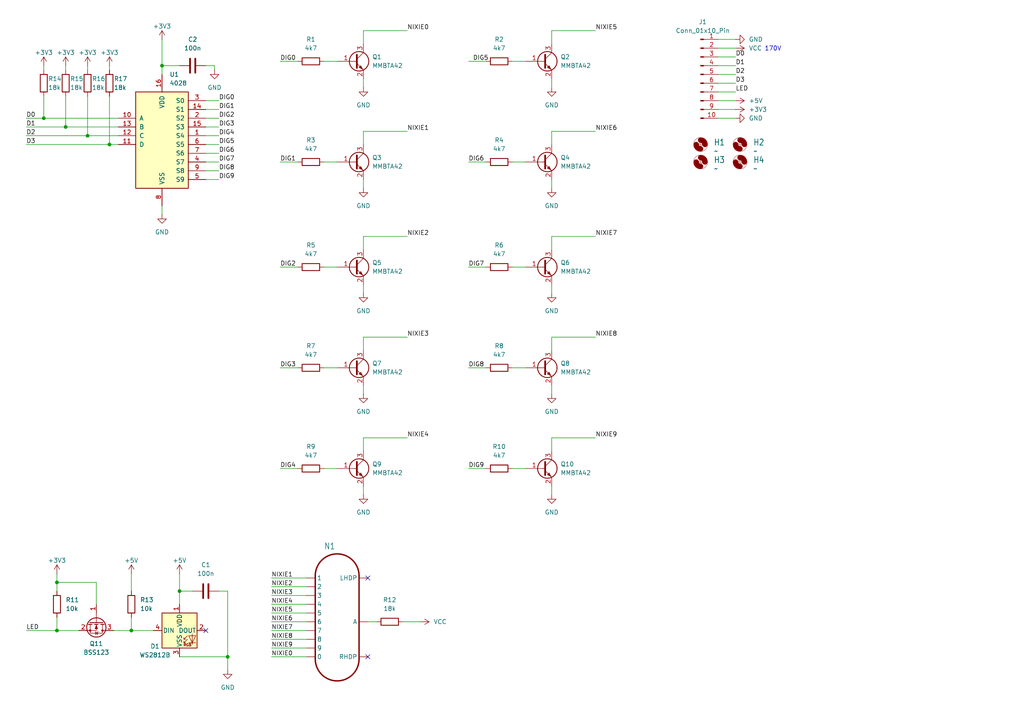
<source format=kicad_sch>
(kicad_sch (version 20250114) (generator "eeschema") (generator_version "9.0")
  (paper "A4")
  (lib_symbols
    (symbol "4xxx:4028" (pin_names (offset 1.016))
      (property "Reference" "U" (at -7.62 13.97 0))
      (property "Value" "4028" (at -7.62 -16.51 0))
      (symbol "4028_1_0"
        (pin input line (at -12.7 5.08 0) (length 5.08) (name "A") (number "10"))
        (pin input line (at -12.7 2.54 0) (length 5.08) (name "B") (number "13"))
        (pin input line (at -12.7 0 0) (length 5.08) (name "C") (number "12"))
        (pin input line (at -12.7 -2.54 0) (length 5.08) (name "D") (number "11"))
        (pin power_in line (at 0 17.78 270) (length 5.08) (name "VDD") (number "16"))
        (pin power_in line (at 0 -20.32 90) (length 5.08) (name "VSS") (number "8"))
        (pin output line (at 12.7 10.16 180) (length 5.08) (name "S0") (number "3"))
        (pin output line (at 12.7 7.62 180) (length 5.08) (name "S1") (number "14"))
        (pin output line (at 12.7 5.08 180) (length 5.08) (name "S2") (number "2"))
        (pin output line (at 12.7 2.54 180) (length 5.08) (name "S3") (number "15"))
        (pin output line (at 12.7 0 180) (length 5.08) (name "S4") (number "1"))
        (pin output line (at 12.7 -2.54 180) (length 5.08) (name "S5") (number "6"))
        (pin output line (at 12.7 -5.08 180) (length 5.08) (name "S6") (number "7"))
        (pin output line (at 12.7 -7.62 180) (length 5.08) (name "S7") (number "4"))
        (pin output line (at 12.7 -10.16 180) (length 5.08) (name "S8") (number "9"))
        (pin output line (at 12.7 -12.7 180) (length 5.08) (name "S9") (number "5"))
      )
      (symbol "4028_1_1"
        (rectangle (start -7.62 12.7) (end 7.62 -15.24) (stroke (width 0.254)) (fill (type background)))
      )
    )
    (symbol "Connector:Conn_01x10_Pin" (pin_names (offset 1.016) (hide yes))
      (property "Reference" "J" (at 0 12.7 0))
      (property "Value" "Conn_01x10_Pin" (at 0 -15.24 0))
      (symbol "Conn_01x10_Pin_1_1"
        (rectangle (start 0.8636 10.287) (end 0 10.033) (stroke (width 0.1524)) (fill (type outline)))
        (rectangle (start 0.8636 7.747) (end 0 7.493) (stroke (width 0.1524)) (fill (type outline)))
        (rectangle (start 0.8636 5.207) (end 0 4.953) (stroke (width 0.1524)) (fill (type outline)))
        (rectangle (start 0.8636 2.667) (end 0 2.413) (stroke (width 0.1524)) (fill (type outline)))
        (rectangle (start 0.8636 0.127) (end 0 -0.127) (stroke (width 0.1524)) (fill (type outline)))
        (rectangle (start 0.8636 -2.413) (end 0 -2.667) (stroke (width 0.1524)) (fill (type outline)))
        (rectangle (start 0.8636 -4.953) (end 0 -5.207) (stroke (width 0.1524)) (fill (type outline)))
        (rectangle (start 0.8636 -7.493) (end 0 -7.747) (stroke (width 0.1524)) (fill (type outline)))
        (rectangle (start 0.8636 -10.033) (end 0 -10.287) (stroke (width 0.1524)) (fill (type outline)))
        (rectangle (start 0.8636 -12.573) (end 0 -12.827) (stroke (width 0.1524)) (fill (type outline)))
        (polyline (pts (xy 1.27 10.16) (xy 0.8636 10.16)) (stroke (width 0.1524)))
        (polyline (pts (xy 1.27 7.62) (xy 0.8636 7.62)) (stroke (width 0.1524)))
        (polyline (pts (xy 1.27 5.08) (xy 0.8636 5.08)) (stroke (width 0.1524)))
        (polyline (pts (xy 1.27 2.54) (xy 0.8636 2.54)) (stroke (width 0.1524)))
        (polyline (pts (xy 1.27 0) (xy 0.8636 0)) (stroke (width 0.1524)))
        (polyline (pts (xy 1.27 -2.54) (xy 0.8636 -2.54)) (stroke (width 0.1524)))
        (polyline (pts (xy 1.27 -5.08) (xy 0.8636 -5.08)) (stroke (width 0.1524)))
        (polyline (pts (xy 1.27 -7.62) (xy 0.8636 -7.62)) (stroke (width 0.1524)))
        (polyline (pts (xy 1.27 -10.16) (xy 0.8636 -10.16)) (stroke (width 0.1524)))
        (polyline (pts (xy 1.27 -12.7) (xy 0.8636 -12.7)) (stroke (width 0.1524)))
        (pin passive line (at 5.08 10.16 180) (length 3.81) (name "Pin_1") (number "1"))
        (pin passive line (at 5.08 7.62 180) (length 3.81) (name "Pin_2") (number "2"))
        (pin passive line (at 5.08 5.08 180) (length 3.81) (name "Pin_3") (number "3"))
        (pin passive line (at 5.08 2.54 180) (length 3.81) (name "Pin_4") (number "4"))
        (pin passive line (at 5.08 0 180) (length 3.81) (name "Pin_5") (number "5"))
        (pin passive line (at 5.08 -2.54 180) (length 3.81) (name "Pin_6") (number "6"))
        (pin passive line (at 5.08 -5.08 180) (length 3.81) (name "Pin_7") (number "7"))
        (pin passive line (at 5.08 -7.62 180) (length 3.81) (name "Pin_8") (number "8"))
        (pin passive line (at 5.08 -10.16 180) (length 3.81) (name "Pin_9") (number "9"))
        (pin passive line (at 5.08 -12.7 180) (length 3.81) (name "Pin_10") (number "10"))
      )
    )
    (symbol "Device:C" (pin_numbers (hide yes)) (pin_names (offset 0.254))
      (property "Reference" "C" (at 0.635 2.54 0))
      (property "Value" "C" (at 0.635 -2.54 0))
      (symbol "C_0_1"
        (polyline (pts (xy -2.032 0.762) (xy 2.032 0.762)) (stroke (width 0.508)))
        (polyline (pts (xy -2.032 -0.762) (xy 2.032 -0.762)) (stroke (width 0.508)))
      )
      (symbol "C_1_1"
        (pin passive line (at 0 3.81 270) (length 2.794) (name "~") (number "1"))
        (pin passive line (at 0 -3.81 90) (length 2.794) (name "~") (number "2"))
      )
    )
    (symbol "Device:R" (pin_numbers (hide yes)) (pin_names (offset 0))
      (property "Reference" "R" (at 2.032 0 90))
      (property "Value" "R" (at 0 0 90))
      (symbol "R_0_1"
        (rectangle (start -1.016 -2.54) (end 1.016 2.54) (stroke (width 0.254)))
      )
      (symbol "R_1_1"
        (pin passive line (at 0 3.81 270) (length 1.27) (name "~") (number "1"))
        (pin passive line (at 0 -3.81 90) (length 1.27) (name "~") (number "2"))
      )
    )
    (symbol "LED:WS2812B" (pin_names (offset 0.254))
      (property "Reference" "D" (at 5.08 5.715 0))
      (property "Value" "WS2812B" (at 1.27 -5.715 0))
      (symbol "WS2812B_0_0"
        (text "RGB" (at 2.286 -4.191 0) (effects (font (size 0.762 0.762))))
      )
      (symbol "WS2812B_0_1"
        (polyline (pts (xy 1.27 -2.54) (xy 1.778 -2.54)))
        (polyline (pts (xy 1.27 -3.556) (xy 1.778 -3.556)))
        (polyline (pts (xy 2.286 -1.524) (xy 1.27 -2.54) (xy 1.27 -2.032)))
        (polyline (pts (xy 2.286 -2.54) (xy 1.27 -3.556) (xy 1.27 -3.048)))
        (polyline (pts (xy 3.683 -1.016) (xy 3.683 -3.556) (xy 3.683 -4.064)))
        (polyline (pts (xy 4.699 -1.524) (xy 2.667 -1.524) (xy 3.683 -3.556) (xy 4.699 -1.524)))
        (polyline (pts (xy 4.699 -3.556) (xy 2.667 -3.556)))
        (rectangle (start 5.08 5.08) (end -5.08 -5.08) (stroke (width 0.254)) (fill (type background)))
      )
      (symbol "WS2812B_1_1"
        (pin input line (at -7.62 0 0) (length 2.54) (name "DIN") (number "4"))
        (pin power_in line (at 0 7.62 270) (length 2.54) (name "VDD") (number "1"))
        (pin power_in line (at 0 -7.62 90) (length 2.54) (name "VSS") (number "3"))
        (pin output line (at 7.62 0 180) (length 2.54) (name "DOUT") (number "2"))
      )
    )
    (symbol "Transistor_BJT:MMBTA42" (pin_names (offset 0) (hide yes))
      (property "Reference" "Q" (at 5.08 1.905 0))
      (property "Value" "MMBTA42" (at 5.08 0 0))
      (symbol "MMBTA42_0_1"
        (polyline (pts (xy 0 0) (xy 0.635 0)))
        (polyline (pts (xy 0.635 1.905) (xy 0.635 -1.905) (xy 0.635 -1.905)) (stroke (width 0.508)))
        (polyline (pts (xy 0.635 0.635) (xy 2.54 2.54)))
        (polyline (pts (xy 0.635 -0.635) (xy 2.54 -2.54) (xy 2.54 -2.54)))
        (circle (center 1.27 0) (radius 2.8194) (stroke (width 0.254)))
        (polyline (pts (xy 1.27 -1.778) (xy 1.778 -1.27) (xy 2.286 -2.286) (xy 1.27 -1.778) (xy 1.27 -1.778)) (fill (type outline)))
      )
      (symbol "MMBTA42_1_1"
        (pin input line (at -5.08 0 0) (length 5.08) (name "B") (number "1"))
        (pin passive line (at 2.54 5.08 270) (length 2.54) (name "C") (number "3"))
        (pin passive line (at 2.54 -5.08 90) (length 2.54) (name "E") (number "2"))
      )
    )
    (symbol "Transistor_FET:BSS123" (pin_names (hide yes))
      (property "Reference" "Q" (at 5.08 1.905 0))
      (property "Value" "BSS123" (at 5.08 0 0))
      (symbol "BSS123_0_1"
        (polyline (pts (xy 0.254 1.905) (xy 0.254 -1.905)) (stroke (width 0.254)))
        (polyline (pts (xy 0.254 0) (xy -2.54 0)))
        (polyline (pts (xy 0.762 2.286) (xy 0.762 1.27)) (stroke (width 0.254)))
        (polyline (pts (xy 0.762 0.508) (xy 0.762 -0.508)) (stroke (width 0.254)))
        (polyline (pts (xy 0.762 -1.27) (xy 0.762 -2.286)) (stroke (width 0.254)))
        (polyline (pts (xy 0.762 -1.778) (xy 3.302 -1.778) (xy 3.302 1.778) (xy 0.762 1.778)))
        (polyline (pts (xy 1.016 0) (xy 2.032 0.381) (xy 2.032 -0.381) (xy 1.016 0)) (fill (type outline)))
        (circle (center 1.651 0) (radius 2.794) (stroke (width 0.254)))
        (polyline (pts (xy 2.54 2.54) (xy 2.54 1.778)))
        (circle (center 2.54 1.778) (radius 0.254) (fill (type outline)))
        (circle (center 2.54 -1.778) (radius 0.254) (fill (type outline)))
        (polyline (pts (xy 2.54 -2.54) (xy 2.54 0) (xy 0.762 0)))
        (polyline (pts (xy 2.794 0.508) (xy 2.921 0.381) (xy 3.683 0.381) (xy 3.81 0.254)))
        (polyline (pts (xy 3.302 0.381) (xy 2.921 -0.254) (xy 3.683 -0.254) (xy 3.302 0.381)))
      )
      (symbol "BSS123_1_1"
        (pin input line (at -5.08 0 0) (length 2.54) (name "G") (number "1"))
        (pin passive line (at 2.54 5.08 270) (length 2.54) (name "D") (number "3"))
        (pin passive line (at 2.54 -5.08 90) (length 2.54) (name "S") (number "2"))
      )
    )
    (symbol "displayBoard-eagle-import:IN-14"
      (property "Reference" "N" (at -2.54 18.415 0))
      (symbol "IN-14_1_0"
        (polyline (pts (xy -5.08 -13.335) (xy -5.08 10.795)) (stroke (width 0.4064)))
        (arc (start -5.08 10.795) (mid 1.27 17.145) (end 7.62 10.795) (stroke (width 0.4064)))
        (arc (start 7.62 -13.335) (mid 1.27 -19.685) (end -5.08 -13.335) (stroke (width 0.4064)))
        (polyline (pts (xy 7.62 -13.335) (xy 7.62 10.795)) (stroke (width 0.4064)))
        (pin bidirectional line (at -7.62 10.16 0) (length 2.54) (name "1") (number "1"))
        (pin bidirectional line (at -7.62 7.62 0) (length 2.54) (name "2") (number "2"))
        (pin bidirectional line (at -7.62 5.08 0) (length 2.54) (name "3") (number "3"))
        (pin bidirectional line (at -7.62 2.54 0) (length 2.54) (name "4") (number "4"))
        (pin bidirectional line (at -7.62 0 0) (length 2.54) (name "5") (number "5"))
        (pin bidirectional line (at -7.62 -2.54 0) (length 2.54) (name "6") (number "6"))
        (pin bidirectional line (at -7.62 -5.08 0) (length 2.54) (name "7") (number "7"))
        (pin bidirectional line (at -7.62 -7.62 0) (length 2.54) (name "8") (number "8"))
        (pin bidirectional line (at -7.62 -10.16 0) (length 2.54) (name "9") (number "9"))
        (pin bidirectional line (at -7.62 -12.7 0) (length 2.54) (name "0") (number "0"))
        (pin bidirectional line (at 10.16 10.16 180) (length 2.54) (name "LHDP") (number "LHDP"))
        (pin bidirectional line (at 10.16 -2.54 180) (length 2.54) (name "A") (number "A"))
        (pin bidirectional line (at 10.16 -12.7 180) (length 2.54) (name "RHDP") (number "RHDP"))
      )
    )
    (symbol "displayBoard-eagle-import:MOUNT-HOLE3.0"
      (property "Reference" "H" (at 2.032 0.5842 0))
      (symbol "MOUNT-HOLE3.0_1_0"
        (polyline (pts (xy -0.508 0) (xy 0.508 0)) (stroke (width 0.0508)))
        (arc (start 0 1.27) (mid 0.898 0.898) (end 1.27 0) (stroke (width 1.524)))
        (polyline (pts (xy 0 0.508) (xy 0 -0.508)) (stroke (width 0.0508)))
        (circle (center 0 0) (radius 0.508) (stroke (width 0.0508)))
        (circle (center 0 0) (radius 2.032) (stroke (width 0.0508)))
        (arc (start 0 -1.27) (mid -0.898 -0.898) (end -1.27 0) (stroke (width 1.524)))
      )
    )
    (symbol "power:+3V3" (power) (pin_numbers (hide yes)) (pin_names (offset 0) (hide yes))
      (property "Value" "+3V3" (at 0 3.556 0))
      (symbol "+3V3_0_1"
        (polyline (pts (xy -0.762 1.27) (xy 0 2.54)))
        (polyline (pts (xy 0 2.54) (xy 0.762 1.27)))
        (polyline (pts (xy 0 0) (xy 0 2.54)))
      )
      (symbol "+3V3_1_1"
        (pin power_in line (at 0 0 90) (length 0) (name "~") (number "1"))
      )
    )
    (symbol "power:+5V" (power) (pin_numbers (hide yes)) (pin_names (offset 0) (hide yes))
      (property "Value" "+5V" (at 0 3.556 0))
      (symbol "+5V_0_1"
        (polyline (pts (xy -0.762 1.27) (xy 0 2.54)))
        (polyline (pts (xy 0 2.54) (xy 0.762 1.27)))
        (polyline (pts (xy 0 0) (xy 0 2.54)))
      )
      (symbol "+5V_1_1"
        (pin power_in line (at 0 0 90) (length 0) (name "~") (number "1"))
      )
    )
    (symbol "power:GND" (power) (pin_numbers (hide yes)) (pin_names (offset 0) (hide yes))
      (property "Value" "GND" (at 0 -3.81 0))
      (symbol "GND_0_1"
        (polyline (pts (xy 0 0) (xy 0 -1.27) (xy 1.27 -1.27) (xy 0 -2.54) (xy -1.27 -1.27) (xy 0 -1.27)))
      )
      (symbol "GND_1_1"
        (pin power_in line (at 0 0 270) (length 0) (name "~") (number "1"))
      )
    )
    (symbol "power:VCC" (power) (pin_numbers (hide yes)) (pin_names (offset 0) (hide yes))
      (property "Value" "VCC" (at 0 3.556 0))
      (symbol "VCC_0_1"
        (polyline (pts (xy -0.762 1.27) (xy 0 2.54)))
        (polyline (pts (xy 0 2.54) (xy 0.762 1.27)))
        (polyline (pts (xy 0 0) (xy 0 2.54)))
      )
      (symbol "VCC_1_1"
        (pin power_in line (at 0 0 90) (length 0) (name "~") (number "1"))
      )
    )
  )
  (text "170V" (at 221.742 14.224 0) (effects (font (size 1.27 1.27)) (justify left)))
  (junction (at 46.99 19.05))
  (junction (at 66.04 190.5))
  (junction (at 31.75 41.91))
  (junction (at 52.07 171.45))
  (junction (at 25.4 39.37))
  (junction (at 16.51 168.91))
  (junction (at 12.7 34.29))
  (junction (at 16.51 182.88))
  (junction (at 19.05 36.83))
  (junction (at 38.1 182.88))
  (no_connect (at 106.68 167.64))
  (no_connect (at 59.69 182.88))
  (no_connect (at 106.68 190.5))
  (wire (pts (xy 105.41 97.79) (xy 105.41 101.6)))
  (wire (pts (xy 88.9 177.8) (xy 78.74 177.8)) (stroke (width 0.1524)))
  (wire (pts (xy 25.4 39.37) (xy 34.29 39.37)))
  (wire (pts (xy 208.28 13.97) (xy 213.36 13.97)))
  (wire (pts (xy 135.89 77.47) (xy 140.97 77.47)))
  (wire (pts (xy 59.69 44.45) (xy 63.5 44.45)))
  (wire (pts (xy 88.9 182.88) (xy 78.74 182.88)) (stroke (width 0.1524)))
  (wire (pts (xy 38.1 179.07) (xy 38.1 182.88)))
  (wire (pts (xy 105.41 82.55) (xy 105.41 85.09)))
  (wire (pts (xy 88.9 187.96) (xy 78.74 187.96)) (stroke (width 0.1524)))
  (wire (pts (xy 93.98 77.47) (xy 97.79 77.47)))
  (wire (pts (xy 135.89 106.68) (xy 140.97 106.68)))
  (wire (pts (xy 160.02 97.79) (xy 160.02 101.6)))
  (wire (pts (xy 148.59 106.68) (xy 152.4 106.68)))
  (wire (pts (xy 52.07 190.5) (xy 66.04 190.5)))
  (wire (pts (xy 105.41 8.89) (xy 118.11 8.89)))
  (wire (pts (xy 105.41 52.07) (xy 105.41 54.61)))
  (wire (pts (xy 160.02 97.79) (xy 172.72 97.79)))
  (wire (pts (xy 160.02 127) (xy 172.72 127)))
  (wire (pts (xy 16.51 182.88) (xy 22.86 182.88)))
  (wire (pts (xy 105.41 8.89) (xy 105.41 12.7)))
  (wire (pts (xy 135.89 17.78) (xy 140.97 17.78)))
  (wire (pts (xy 59.69 46.99) (xy 63.5 46.99)))
  (wire (pts (xy 59.69 39.37) (xy 63.5 39.37)))
  (wire (pts (xy 160.02 8.89) (xy 172.72 8.89)))
  (wire (pts (xy 25.4 27.94) (xy 25.4 39.37)))
  (wire (pts (xy 105.41 127) (xy 105.41 130.81)))
  (wire (pts (xy 16.51 179.07) (xy 16.51 182.88)))
  (wire (pts (xy 59.69 31.75) (xy 63.5 31.75)))
  (wire (pts (xy 160.02 68.58) (xy 172.72 68.58)))
  (wire (pts (xy 208.28 16.51) (xy 213.36 16.51)))
  (wire (pts (xy 88.9 167.64) (xy 78.74 167.64)) (stroke (width 0.1524)))
  (wire (pts (xy 16.51 168.91) (xy 16.51 171.45)))
  (wire (pts (xy 52.07 171.45) (xy 52.07 175.26)))
  (wire (pts (xy 7.62 182.88) (xy 16.51 182.88)))
  (wire (pts (xy 81.28 106.68) (xy 86.36 106.68)))
  (wire (pts (xy 66.04 190.5) (xy 66.04 194.31)))
  (wire (pts (xy 105.41 22.86) (xy 105.41 25.4)))
  (wire (pts (xy 19.05 36.83) (xy 34.29 36.83)))
  (wire (pts (xy 88.9 170.18) (xy 78.74 170.18)) (stroke (width 0.1524)))
  (wire (pts (xy 81.28 46.99) (xy 86.36 46.99)))
  (wire (pts (xy 12.7 34.29) (xy 34.29 34.29)))
  (wire (pts (xy 59.69 34.29) (xy 63.5 34.29)))
  (wire (pts (xy 106.68 180.34) (xy 109.22 180.34)))
  (wire (pts (xy 135.89 135.89) (xy 140.97 135.89)))
  (wire (pts (xy 160.02 82.55) (xy 160.02 85.09)))
  (wire (pts (xy 208.28 19.05) (xy 213.36 19.05)))
  (wire (pts (xy 52.07 166.37) (xy 52.07 171.45)))
  (wire (pts (xy 208.28 29.21) (xy 213.36 29.21)))
  (wire (pts (xy 160.02 38.1) (xy 172.72 38.1)))
  (wire (pts (xy 31.75 41.91) (xy 34.29 41.91)))
  (wire (pts (xy 208.28 11.43) (xy 213.36 11.43)))
  (wire (pts (xy 38.1 182.88) (xy 44.45 182.88)))
  (wire (pts (xy 160.02 52.07) (xy 160.02 54.61)))
  (wire (pts (xy 105.41 111.76) (xy 105.41 114.3)))
  (wire (pts (xy 12.7 27.94) (xy 12.7 34.29)))
  (wire (pts (xy 105.41 68.58) (xy 105.41 72.39)))
  (wire (pts (xy 88.9 172.72) (xy 78.74 172.72)) (stroke (width 0.1524)))
  (wire (pts (xy 160.02 111.76) (xy 160.02 114.3)))
  (wire (pts (xy 19.05 19.05) (xy 19.05 20.32)))
  (wire (pts (xy 105.41 140.97) (xy 105.41 143.51)))
  (wire (pts (xy 81.28 135.89) (xy 86.36 135.89)))
  (wire (pts (xy 208.28 34.29) (xy 213.36 34.29)))
  (wire (pts (xy 148.59 46.99) (xy 152.4 46.99)))
  (wire (pts (xy 16.51 168.91) (xy 27.94 168.91)))
  (wire (pts (xy 46.99 19.05) (xy 52.07 19.05)))
  (wire (pts (xy 93.98 46.99) (xy 97.79 46.99)))
  (wire (pts (xy 46.99 59.69) (xy 46.99 62.23)))
  (wire (pts (xy 16.51 166.37) (xy 16.51 168.91)))
  (wire (pts (xy 46.99 11.43) (xy 46.99 19.05)))
  (wire (pts (xy 208.28 21.59) (xy 213.36 21.59)))
  (wire (pts (xy 59.69 19.05) (xy 62.23 19.05)))
  (wire (pts (xy 46.99 19.05) (xy 46.99 21.59)))
  (wire (pts (xy 38.1 166.37) (xy 38.1 171.45)))
  (wire (pts (xy 63.5 171.45) (xy 66.04 171.45)))
  (wire (pts (xy 19.05 27.94) (xy 19.05 36.83)))
  (wire (pts (xy 105.41 68.58) (xy 118.11 68.58)))
  (wire (pts (xy 7.62 36.83) (xy 19.05 36.83)))
  (wire (pts (xy 59.69 52.07) (xy 63.5 52.07)))
  (wire (pts (xy 88.9 180.34) (xy 78.74 180.34)) (stroke (width 0.1524)))
  (wire (pts (xy 88.9 190.5) (xy 78.74 190.5)) (stroke (width 0.1524)))
  (wire (pts (xy 160.02 38.1) (xy 160.02 41.91)))
  (wire (pts (xy 208.28 24.13) (xy 213.36 24.13)))
  (wire (pts (xy 93.98 135.89) (xy 97.79 135.89)))
  (wire (pts (xy 160.02 22.86) (xy 160.02 25.4)))
  (wire (pts (xy 59.69 29.21) (xy 63.5 29.21)))
  (wire (pts (xy 93.98 17.78) (xy 97.79 17.78)))
  (wire (pts (xy 66.04 171.45) (xy 66.04 190.5)))
  (wire (pts (xy 208.28 31.75) (xy 213.36 31.75)))
  (wire (pts (xy 93.98 106.68) (xy 97.79 106.68)))
  (wire (pts (xy 7.62 34.29) (xy 12.7 34.29)))
  (wire (pts (xy 7.62 41.91) (xy 31.75 41.91)))
  (wire (pts (xy 88.9 185.42) (xy 78.74 185.42)) (stroke (width 0.1524)))
  (wire (pts (xy 105.41 38.1) (xy 105.41 41.91)))
  (wire (pts (xy 208.28 26.67) (xy 213.36 26.67)))
  (wire (pts (xy 148.59 135.89) (xy 152.4 135.89)))
  (wire (pts (xy 160.02 8.89) (xy 160.02 12.7)))
  (wire (pts (xy 135.89 46.99) (xy 140.97 46.99)))
  (wire (pts (xy 148.59 77.47) (xy 152.4 77.47)))
  (wire (pts (xy 31.75 27.94) (xy 31.75 41.91)))
  (wire (pts (xy 33.02 182.88) (xy 38.1 182.88)))
  (wire (pts (xy 160.02 68.58) (xy 160.02 72.39)))
  (wire (pts (xy 81.28 17.78) (xy 86.36 17.78)))
  (wire (pts (xy 31.75 19.05) (xy 31.75 20.32)))
  (wire (pts (xy 148.59 17.78) (xy 152.4 17.78)))
  (wire (pts (xy 160.02 127) (xy 160.02 130.81)))
  (wire (pts (xy 12.7 19.05) (xy 12.7 20.32)))
  (wire (pts (xy 59.69 49.53) (xy 63.5 49.53)))
  (wire (pts (xy 116.84 180.34) (xy 121.92 180.34)))
  (wire (pts (xy 7.62 39.37) (xy 25.4 39.37)))
  (wire (pts (xy 27.94 168.91) (xy 27.94 175.26)))
  (wire (pts (xy 81.28 77.47) (xy 86.36 77.47)))
  (wire (pts (xy 160.02 140.97) (xy 160.02 143.51)))
  (wire (pts (xy 88.9 175.26) (xy 78.74 175.26)) (stroke (width 0.1524)))
  (wire (pts (xy 25.4 19.05) (xy 25.4 20.32)))
  (wire (pts (xy 59.69 41.91) (xy 63.5 41.91)))
  (wire (pts (xy 59.69 36.83) (xy 63.5 36.83)))
  (wire (pts (xy 105.41 38.1) (xy 118.11 38.1)))
  (wire (pts (xy 105.41 127) (xy 118.11 127)))
  (wire (pts (xy 105.41 97.79) (xy 118.11 97.79)))
  (wire (pts (xy 52.07 171.45) (xy 55.88 171.45)))
  (wire (pts (xy 62.23 19.05) (xy 62.23 20.32)))
  (label "NIXIE8" (at 78.74 185.42 0) (effects (font (size 1.2446 1.2446))))
  (label "D0" (at 7.62 34.29 0))
  (label "DIG9" (at 135.89 135.89 0))
  (label "NIXIE7" (at 78.74 182.88 0) (effects (font (size 1.2446 1.2446))))
  (label "NIXIE2" (at 78.74 170.18 0) (effects (font (size 1.2446 1.2446))))
  (label "NIXIE0" (at 78.74 190.5 0) (effects (font (size 1.2446 1.2446))))
  (label "NIXIE4" (at 118.11 127 0))
  (label "DIG6" (at 135.89 46.99 0))
  (label "DIG2" (at 63.5 34.29 0))
  (label "DIG4" (at 81.28 135.89 0))
  (label "DIG0" (at 81.28 17.78 0))
  (label "NIXIE3" (at 78.74 172.72 0) (effects (font (size 1.2446 1.2446))))
  (label "DIG8" (at 135.89 106.68 0))
  (label "LED" (at 213.36 26.67 0))
  (label "D2" (at 7.62 39.37 0))
  (label "DIG6" (at 63.5 44.45 0))
  (label "D3" (at 7.62 41.91 0))
  (label "DIG4" (at 63.5 39.37 0))
  (label "DIG9" (at 63.5 52.07 0))
  (label "NIXIE6" (at 78.74 180.34 0) (effects (font (size 1.2446 1.2446))))
  (label "DIG1" (at 63.5 31.75 0))
  (label "NIXIE2" (at 118.11 68.58 0))
  (label "DIG5" (at 137.16 17.78 0))
  (label "D1" (at 213.36 19.05 0))
  (label "NIXIE6" (at 172.72 38.1 0))
  (label "NIXIE3" (at 118.11 97.79 0))
  (label "NIXIE0" (at 118.11 8.89 0))
  (label "NIXIE9" (at 172.72 127 0))
  (label "DIG7" (at 135.89 77.47 0))
  (label "NIXIE9" (at 78.74 187.96 0) (effects (font (size 1.2446 1.2446))))
  (label "LED" (at 7.62 182.88 0))
  (label "DIG3" (at 63.5 36.83 0))
  (label "D3" (at 213.36 24.13 0))
  (label "D0" (at 213.36 16.51 0))
  (label "DIG2" (at 81.28 77.47 0))
  (label "D2" (at 213.36 21.59 0))
  (label "NIXIE5" (at 172.72 8.89 0))
  (label "D1" (at 7.62 36.83 0))
  (label "NIXIE1" (at 118.11 38.1 0))
  (label "NIXIE8" (at 172.72 97.79 0))
  (label "DIG0" (at 63.5 29.21 0))
  (label "DIG7" (at 63.5 46.99 0))
  (label "DIG8" (at 63.5 49.53 0))
  (label "NIXIE1" (at 78.74 167.64 0) (effects (font (size 1.2446 1.2446))))
  (label "DIG3" (at 81.28 106.68 0))
  (label "NIXIE7" (at 172.72 68.58 0))
  (label "DIG1" (at 81.28 46.99 0))
  (label "NIXIE4" (at 78.74 175.26 0) (effects (font (size 1.2446 1.2446))))
  (label "NIXIE5" (at 78.74 177.8 0) (effects (font (size 1.2446 1.2446))))
  (label "DIG5" (at 63.5 41.91 0))
  (symbol (lib_id "power:GND") (at 46.99 62.23 0) (unit 1)
    (property "Reference" "#PWR09" (effects (hide yes)))
    (property "Value" "GND" (at 46.99 67.31 0))
    (property "Description" "Power symbol creates a global label with name \"GND\" , ground" (effects (hide yes)))
  )
  (symbol (lib_id "Device:R") (at 144.78 106.68 90) (unit 1)
    (property "Reference" "R8" (at 144.78 100.33 90))
    (property "Value" "4k7" (at 144.78 102.87 90))
    (property "Footprint" "Resistor_SMD:R_0603_1608Metric" (effects (hide yes)))
    (property "Description" "Resistor" (effects (hide yes)))
  )
  (symbol (lib_id "Transistor_BJT:MMBTA42") (at 102.87 106.68 0) (unit 1)
    (property "Reference" "Q7" (at 107.95 105.4099 0) (effects (justify left)))
    (property "Value" "MMBTA42" (at 107.95 107.9499 0) (effects (justify left)))
    (property "Footprint" "Package_TO_SOT_SMD:SOT-23" (effects (hide yes)))
    (property "Datasheet" "https://www.onsemi.com/pub/Collateral/MMBTA42LT1-D.PDF" (effects (hide yes)))
    (property "Description" "0.5A Ic, 300V Vce, NPN High Voltage Transistor, SOT-23" (effects (hide yes)))
  )
  (symbol (lib_id "power:GND") (at 213.36 11.43 90) (unit 1)
    (property "Reference" "#PWR02" (effects (hide yes)))
    (property "Value" "GND" (at 217.17 11.4299 90) (effects (justify right)))
    (property "Description" "Power symbol creates a global label with name \"GND\" , ground" (effects (hide yes)))
  )
  (symbol (lib_id "Device:R") (at 19.05 24.13 180) (unit 1)
    (property "Reference" "R15" (at 20.32 22.86 0) (effects (justify right)))
    (property "Value" "18k" (at 20.32 25.4 0) (effects (justify right)))
    (property "Footprint" "Resistor_SMD:R_0603_1608Metric" (effects (hide yes)))
    (property "Description" "Resistor" (effects (hide yes)))
  )
  (symbol (lib_id "4xxx:4028") (at 46.99 39.37 0) (unit 1)
    (property "Reference" "U1" (at 49.1841 21.59 0) (effects (justify left)))
    (property "Value" "4028" (at 49.1841 24.13 0) (effects (justify left)))
    (property "Footprint" "Package_SO:SO-16_3.9x9.9mm_P1.27mm" (effects (hide yes)))
    (property "Datasheet" "http://www.intersil.com/content/dam/Intersil/documents/cd40/cd4028bms.pdf" (effects (hide yes)))
    (property "Description" "Decoder 4 to 10 lines" (effects (hide yes)))
  )
  (symbol (lib_id "power:+3V3") (at 16.51 166.37 0) (unit 1)
    (property "Reference" "#PWR022" (effects (hide yes)))
    (property "Value" "+3V3" (at 16.51 162.56 0))
    (property "Description" "Power symbol creates a global label with name \"+3V3\"" (effects (hide yes)))
  )
  (symbol (lib_id "Device:R") (at 113.03 180.34 90) (unit 1)
    (property "Reference" "R12" (at 113.03 173.99 90))
    (property "Value" "18k" (at 113.03 176.53 90))
    (property "Footprint" "Resistor_SMD:R_0603_1608Metric" (effects (hide yes)))
    (property "Description" "Resistor" (effects (hide yes)))
  )
  (symbol (lib_id "Transistor_BJT:MMBTA42") (at 157.48 17.78 0) (unit 1)
    (property "Reference" "Q2" (at 162.56 16.5099 0) (effects (justify left)))
    (property "Value" "MMBTA42" (at 162.56 19.0499 0) (effects (justify left)))
    (property "Footprint" "Package_TO_SOT_SMD:SOT-23" (effects (hide yes)))
    (property "Datasheet" "https://www.onsemi.com/pub/Collateral/MMBTA42LT1-D.PDF" (effects (hide yes)))
    (property "Description" "0.5A Ic, 300V Vce, NPN High Voltage Transistor, SOT-23" (effects (hide yes)))
  )
  (symbol (lib_id "Device:C") (at 59.69 171.45 90) (unit 1)
    (property "Reference" "C1" (at 59.69 163.83 90))
    (property "Value" "100n" (at 59.69 166.37 90))
    (property "Footprint" "Capacitor_SMD:C_0603_1608Metric" (effects (hide yes)))
    (property "Description" "Unpolarized capacitor" (effects (hide yes)))
  )
  (symbol (lib_id "Transistor_BJT:MMBTA42") (at 102.87 46.99 0) (unit 1)
    (property "Reference" "Q3" (at 107.95 45.7199 0) (effects (justify left)))
    (property "Value" "MMBTA42" (at 107.95 48.2599 0) (effects (justify left)))
    (property "Footprint" "Package_TO_SOT_SMD:SOT-23" (effects (hide yes)))
    (property "Datasheet" "https://www.onsemi.com/pub/Collateral/MMBTA42LT1-D.PDF" (effects (hide yes)))
    (property "Description" "0.5A Ic, 300V Vce, NPN High Voltage Transistor, SOT-23" (effects (hide yes)))
  )
  (symbol (lib_id "Device:R") (at 31.75 24.13 180) (unit 1)
    (property "Reference" "R17" (at 33.02 22.86 0) (effects (justify right)))
    (property "Value" "18k" (at 33.02 25.4 0) (effects (justify right)))
    (property "Footprint" "Resistor_SMD:R_0603_1608Metric" (effects (hide yes)))
    (property "Description" "Resistor" (effects (hide yes)))
  )
  (symbol (lib_id "Device:R") (at 90.17 77.47 90) (unit 1)
    (property "Reference" "R5" (at 90.17 71.12 90))
    (property "Value" "4k7" (at 90.17 73.66 90))
    (property "Footprint" "Resistor_SMD:R_0603_1608Metric" (effects (hide yes)))
    (property "Description" "Resistor" (effects (hide yes)))
  )
  (symbol (lib_id "power:+5V") (at 52.07 166.37 0) (unit 1)
    (property "Reference" "#PWR018" (effects (hide yes)))
    (property "Value" "+5V" (at 52.07 162.56 0))
    (property "Description" "Power symbol creates a global label with name \"+5V\"" (effects (hide yes)))
  )
  (symbol (lib_id "power:VCC") (at 121.92 180.34 270) (unit 1)
    (property "Reference" "#PWR019" (effects (hide yes)))
    (property "Value" "VCC" (at 125.73 180.3399 90) (effects (justify left)))
    (property "Description" "Power symbol creates a global label with name \"VCC\"" (effects (hide yes)))
  )
  (symbol (lib_id "power:+3V3") (at 19.05 19.05 0) (unit 1)
    (property "Reference" "#PWR024" (effects (hide yes)))
    (property "Value" "+3V3" (at 19.05 15.24 0))
    (property "Description" "Power symbol creates a global label with name \"+3V3\"" (effects (hide yes)))
  )
  (symbol (lib_id "Device:R") (at 16.51 175.26 180) (unit 1)
    (property "Reference" "R11" (at 19.05 173.9899 0) (effects (justify right)))
    (property "Value" "10k" (at 19.05 176.5299 0) (effects (justify right)))
    (property "Footprint" "Resistor_SMD:R_0603_1608Metric" (effects (hide yes)))
    (property "Description" "Resistor" (effects (hide yes)))
  )
  (symbol (lib_id "Transistor_BJT:MMBTA42") (at 102.87 135.89 0) (unit 1)
    (property "Reference" "Q9" (at 107.95 134.6199 0) (effects (justify left)))
    (property "Value" "MMBTA42" (at 107.95 137.1599 0) (effects (justify left)))
    (property "Footprint" "Package_TO_SOT_SMD:SOT-23" (effects (hide yes)))
    (property "Datasheet" "https://www.onsemi.com/pub/Collateral/MMBTA42LT1-D.PDF" (effects (hide yes)))
    (property "Description" "0.5A Ic, 300V Vce, NPN High Voltage Transistor, SOT-23" (effects (hide yes)))
  )
  (symbol (lib_id "power:GND") (at 105.41 25.4 0) (unit 1)
    (property "Reference" "#PWR04" (effects (hide yes)))
    (property "Value" "GND" (at 105.41 30.48 0))
    (property "Description" "Power symbol creates a global label with name \"GND\" , ground" (effects (hide yes)))
  )
  (symbol (lib_id "power:+3V3") (at 25.4 19.05 0) (unit 1)
    (property "Reference" "#PWR025" (effects (hide yes)))
    (property "Value" "+3V3" (at 25.4 15.24 0))
    (property "Description" "Power symbol creates a global label with name \"+3V3\"" (effects (hide yes)))
  )
  (symbol (lib_id "power:GND") (at 105.41 54.61 0) (unit 1)
    (property "Reference" "#PWR010" (effects (hide yes)))
    (property "Value" "GND" (at 105.41 59.69 0))
    (property "Description" "Power symbol creates a global label with name \"GND\" , ground" (effects (hide yes)))
  )
  (symbol (lib_id "Device:R") (at 144.78 17.78 90) (unit 1)
    (property "Reference" "R2" (at 144.78 11.43 90))
    (property "Value" "4k7" (at 144.78 13.97 90))
    (property "Footprint" "Resistor_SMD:R_0603_1608Metric" (effects (hide yes)))
    (property "Description" "Resistor" (effects (hide yes)))
  )
  (symbol (lib_id "power:+3V3") (at 12.7 19.05 0) (unit 1)
    (property "Reference" "#PWR023" (effects (hide yes)))
    (property "Value" "+3V3" (at 12.7 15.24 0))
    (property "Description" "Power symbol creates a global label with name \"+3V3\"" (effects (hide yes)))
  )
  (symbol (lib_id "power:GND") (at 66.04 194.31 0) (unit 1)
    (property "Reference" "#PWR020" (effects (hide yes)))
    (property "Value" "GND" (at 66.04 199.39 0))
    (property "Description" "Power symbol creates a global label with name \"GND\" , ground" (effects (hide yes)))
  )
  (symbol (lib_id "Transistor_BJT:MMBTA42") (at 157.48 135.89 0) (unit 1)
    (property "Reference" "Q10" (at 162.56 134.6199 0) (effects (justify left)))
    (property "Value" "MMBTA42" (at 162.56 137.1599 0) (effects (justify left)))
    (property "Footprint" "Package_TO_SOT_SMD:SOT-23" (effects (hide yes)))
    (property "Datasheet" "https://www.onsemi.com/pub/Collateral/MMBTA42LT1-D.PDF" (effects (hide yes)))
    (property "Description" "0.5A Ic, 300V Vce, NPN High Voltage Transistor, SOT-23" (effects (hide yes)))
  )
  (symbol (lib_id "power:+3V3") (at 46.99 11.43 0) (unit 1)
    (property "Reference" "#PWR01" (effects (hide yes)))
    (property "Value" "+3V3" (at 46.99 7.62 0))
    (property "Description" "Power symbol creates a global label with name \"+3V3\"" (effects (hide yes)))
  )
  (symbol (lib_id "power:+3V3") (at 213.36 31.75 270) (unit 1)
    (property "Reference" "#PWR07" (effects (hide yes)))
    (property "Value" "+3V3" (at 217.17 31.7499 90) (effects (justify left)))
    (property "Description" "Power symbol creates a global label with name \"+3V3\"" (effects (hide yes)))
  )
  (symbol (lib_id "power:GND") (at 160.02 85.09 0) (unit 1)
    (property "Reference" "#PWR013" (effects (hide yes)))
    (property "Value" "GND" (at 160.02 90.17 0))
    (property "Description" "Power symbol creates a global label with name \"GND\" , ground" (effects (hide yes)))
  )
  (symbol (lib_id "Transistor_BJT:MMBTA42") (at 102.87 77.47 0) (unit 1)
    (property "Reference" "Q5" (at 107.95 76.1999 0) (effects (justify left)))
    (property "Value" "MMBTA42" (at 107.95 78.7399 0) (effects (justify left)))
    (property "Footprint" "Package_TO_SOT_SMD:SOT-23" (effects (hide yes)))
    (property "Datasheet" "https://www.onsemi.com/pub/Collateral/MMBTA42LT1-D.PDF" (effects (hide yes)))
    (property "Description" "0.5A Ic, 300V Vce, NPN High Voltage Transistor, SOT-23" (effects (hide yes)))
  )
  (symbol (lib_id "Device:R") (at 90.17 46.99 90) (unit 1)
    (property "Reference" "R3" (at 90.17 40.64 90))
    (property "Value" "4k7" (at 90.17 43.18 90))
    (property "Footprint" "Resistor_SMD:R_0603_1608Metric" (effects (hide yes)))
    (property "Description" "Resistor" (effects (hide yes)))
  )
  (symbol (lib_id "power:GND") (at 160.02 143.51 0) (unit 1)
    (property "Reference" "#PWR017" (effects (hide yes)))
    (property "Value" "GND" (at 160.02 148.59 0))
    (property "Description" "Power symbol creates a global label with name \"GND\" , ground" (effects (hide yes)))
  )
  (symbol (lib_id "power:GND") (at 160.02 114.3 0) (unit 1)
    (property "Reference" "#PWR015" (effects (hide yes)))
    (property "Value" "GND" (at 160.02 119.38 0))
    (property "Description" "Power symbol creates a global label with name \"GND\" , ground" (effects (hide yes)))
  )
  (symbol (lib_id "Transistor_FET:BSS123") (at 27.94 180.34 270) (unit 1)
    (property "Reference" "Q11" (at 27.94 186.69 90))
    (property "Value" "BSS123" (at 27.94 189.23 90))
    (property "Footprint" "Package_TO_SOT_SMD:SOT-23" (effects (hide yes)))
    (property "Datasheet" "http://www.diodes.com/assets/Datasheets/ds30366.pdf" (effects (hide yes)))
    (property "Description" "0.17A Id, 100V Vds, N-Channel MOSFET, SOT-23" (effects (hide yes)))
  )
  (symbol (lib_id "Device:R") (at 12.7 24.13 180) (unit 1)
    (property "Reference" "R14" (at 13.97 22.86 0) (effects (justify right)))
    (property "Value" "18k" (at 13.97 25.4 0) (effects (justify right)))
    (property "Footprint" "Resistor_SMD:R_0603_1608Metric" (effects (hide yes)))
    (property "Description" "Resistor" (effects (hide yes)))
  )
  (symbol (lib_id "displayBoard-eagle-import:IN-14") (at 96.52 177.8 0) (unit 1)
    (property "Reference" "N1" (at 93.98 159.385 0) (effects (font (size 1.778 1.5113)) (justify left bottom)))
    (property "Value" "IN-14" (effects (hide yes)))
    (property "Footprint" "displayBoard:IN-14" (effects (hide yes)))
  )
  (symbol (lib_id "Device:R") (at 38.1 175.26 180) (unit 1)
    (property "Reference" "R13" (at 40.64 173.9899 0) (effects (justify right)))
    (property "Value" "10k" (at 40.64 176.5299 0) (effects (justify right)))
    (property "Footprint" "Resistor_SMD:R_0603_1608Metric" (effects (hide yes)))
    (property "Description" "Resistor" (effects (hide yes)))
  )
  (symbol (lib_id "power:GND") (at 160.02 54.61 0) (unit 1)
    (property "Reference" "#PWR011" (effects (hide yes)))
    (property "Value" "GND" (at 160.02 59.69 0))
    (property "Description" "Power symbol creates a global label with name \"GND\" , ground" (effects (hide yes)))
  )
  (symbol (lib_id "Device:C") (at 55.88 19.05 90) (unit 1)
    (property "Reference" "C2" (at 55.88 11.43 90))
    (property "Value" "100n" (at 55.88 13.97 90))
    (property "Footprint" "Capacitor_SMD:C_0603_1608Metric" (effects (hide yes)))
    (property "Description" "Unpolarized capacitor" (effects (hide yes)))
  )
  (symbol (lib_id "Device:R") (at 25.4 24.13 180) (unit 1)
    (property "Reference" "R16" (at 26.67 22.86 0) (effects (justify right)))
    (property "Value" "18k" (at 26.67 25.4 0) (effects (justify right)))
    (property "Footprint" "Resistor_SMD:R_0603_1608Metric" (effects (hide yes)))
    (property "Description" "Resistor" (effects (hide yes)))
  )
  (symbol (lib_id "displayBoard-eagle-import:MOUNT-HOLE3.0") (at 214.63 46.99 0) (unit 1)
    (property "Reference" "H4" (at 218.44 46.355 0) (effects (font (size 1.778 1.5113)) (justify left)))
    (property "Value" "~" (at 218.44 48.895 0) (effects (font (size 1.778 1.5113)) (justify left)))
    (property "Footprint" "MountingHole:MountingHole_3.2mm_M3" (effects (hide yes)))
    (property "Description" "MOUNTING HOLE with drill center marker" (effects (hide yes)))
  )
  (symbol (lib_id "power:GND") (at 62.23 20.32 0) (unit 1)
    (property "Reference" "#PWR027" (effects (hide yes)))
    (property "Value" "GND" (at 62.23 25.4 0))
    (property "Description" "Power symbol creates a global label with name \"GND\" , ground" (effects (hide yes)))
  )
  (symbol (lib_id "displayBoard-eagle-import:MOUNT-HOLE3.0") (at 214.63 41.91 0) (unit 1)
    (property "Reference" "H2" (at 218.44 41.275 0) (effects (font (size 1.778 1.5113)) (justify left)))
    (property "Value" "~" (at 218.44 43.815 0) (effects (font (size 1.778 1.5113)) (justify left)))
    (property "Footprint" "MountingHole:MountingHole_3.2mm_M3" (effects (hide yes)))
    (property "Description" "MOUNTING HOLE with drill center marker" (effects (hide yes)))
  )
  (symbol (lib_id "Device:R") (at 144.78 135.89 90) (unit 1)
    (property "Reference" "R10" (at 144.78 129.54 90))
    (property "Value" "4k7" (at 144.78 132.08 90))
    (property "Footprint" "Resistor_SMD:R_0603_1608Metric" (effects (hide yes)))
    (property "Description" "Resistor" (effects (hide yes)))
  )
  (symbol (lib_id "Transistor_BJT:MMBTA42") (at 102.87 17.78 0) (unit 1)
    (property "Reference" "Q1" (at 107.95 16.5099 0) (effects (justify left)))
    (property "Value" "MMBTA42" (at 107.95 19.0499 0) (effects (justify left)))
    (property "Footprint" "Package_TO_SOT_SMD:SOT-23" (effects (hide yes)))
    (property "Datasheet" "https://www.onsemi.com/pub/Collateral/MMBTA42LT1-D.PDF" (effects (hide yes)))
    (property "Description" "0.5A Ic, 300V Vce, NPN High Voltage Transistor, SOT-23" (effects (hide yes)))
  )
  (symbol (lib_id "power:+3V3") (at 31.75 19.05 0) (unit 1)
    (property "Reference" "#PWR026" (effects (hide yes)))
    (property "Value" "+3V3" (at 31.75 15.24 0))
    (property "Description" "Power symbol creates a global label with name \"+3V3\"" (effects (hide yes)))
  )
  (symbol (lib_id "power:GND") (at 105.41 143.51 0) (unit 1)
    (property "Reference" "#PWR016" (effects (hide yes)))
    (property "Value" "GND" (at 105.41 148.59 0))
    (property "Description" "Power symbol creates a global label with name \"GND\" , ground" (effects (hide yes)))
  )
  (symbol (lib_id "power:GND") (at 105.41 114.3 0) (unit 1)
    (property "Reference" "#PWR014" (effects (hide yes)))
    (property "Value" "GND" (at 105.41 119.38 0))
    (property "Description" "Power symbol creates a global label with name \"GND\" , ground" (effects (hide yes)))
  )
  (symbol (lib_id "Transistor_BJT:MMBTA42") (at 157.48 46.99 0) (unit 1)
    (property "Reference" "Q4" (at 162.56 45.7199 0) (effects (justify left)))
    (property "Value" "MMBTA42" (at 162.56 48.2599 0) (effects (justify left)))
    (property "Footprint" "Package_TO_SOT_SMD:SOT-23" (effects (hide yes)))
    (property "Datasheet" "https://www.onsemi.com/pub/Collateral/MMBTA42LT1-D.PDF" (effects (hide yes)))
    (property "Description" "0.5A Ic, 300V Vce, NPN High Voltage Transistor, SOT-23" (effects (hide yes)))
  )
  (symbol (lib_id "Transistor_BJT:MMBTA42") (at 157.48 77.47 0) (unit 1)
    (property "Reference" "Q6" (at 162.56 76.1999 0) (effects (justify left)))
    (property "Value" "MMBTA42" (at 162.56 78.7399 0) (effects (justify left)))
    (property "Footprint" "Package_TO_SOT_SMD:SOT-23" (effects (hide yes)))
    (property "Datasheet" "https://www.onsemi.com/pub/Collateral/MMBTA42LT1-D.PDF" (effects (hide yes)))
    (property "Description" "0.5A Ic, 300V Vce, NPN High Voltage Transistor, SOT-23" (effects (hide yes)))
  )
  (symbol (lib_id "Device:R") (at 90.17 106.68 90) (unit 1)
    (property "Reference" "R7" (at 90.17 100.33 90))
    (property "Value" "4k7" (at 90.17 102.87 90))
    (property "Footprint" "Resistor_SMD:R_0603_1608Metric" (effects (hide yes)))
    (property "Description" "Resistor" (effects (hide yes)))
  )
  (symbol (lib_id "Transistor_BJT:MMBTA42") (at 157.48 106.68 0) (unit 1)
    (property "Reference" "Q8" (at 162.56 105.4099 0) (effects (justify left)))
    (property "Value" "MMBTA42" (at 162.56 107.9499 0) (effects (justify left)))
    (property "Footprint" "Package_TO_SOT_SMD:SOT-23" (effects (hide yes)))
    (property "Datasheet" "https://www.onsemi.com/pub/Collateral/MMBTA42LT1-D.PDF" (effects (hide yes)))
    (property "Description" "0.5A Ic, 300V Vce, NPN High Voltage Transistor, SOT-23" (effects (hide yes)))
  )
  (symbol (lib_id "Connector:Conn_01x10_Pin") (at 203.2 21.59 0) (unit 1)
    (property "Reference" "J1" (at 203.835 6.35 0))
    (property "Value" "Conn_01x10_Pin" (at 203.835 8.89 0))
    (property "Footprint" "Connector_PinHeader_2.54mm:PinHeader_1x10_P2.54mm_Vertical" (effects (hide yes)))
    (property "Description" "Generic connector, single row, 01x10, script generated" (effects (hide yes)))
  )
  (symbol (lib_id "Device:R") (at 144.78 77.47 90) (unit 1)
    (property "Reference" "R6" (at 144.78 71.12 90))
    (property "Value" "4k7" (at 144.78 73.66 90))
    (property "Footprint" "Resistor_SMD:R_0603_1608Metric" (effects (hide yes)))
    (property "Description" "Resistor" (effects (hide yes)))
  )
  (symbol (lib_id "power:VCC") (at 213.36 13.97 270) (unit 1)
    (property "Reference" "#PWR03" (effects (hide yes)))
    (property "Value" "VCC" (at 217.17 13.9699 90) (effects (justify left)))
    (property "Description" "Power symbol creates a global label with name \"VCC\"" (effects (hide yes)))
  )
  (symbol (lib_id "Device:R") (at 144.78 46.99 90) (unit 1)
    (property "Reference" "R4" (at 144.78 40.64 90))
    (property "Value" "4k7" (at 144.78 43.18 90))
    (property "Footprint" "Resistor_SMD:R_0603_1608Metric" (effects (hide yes)))
    (property "Description" "Resistor" (effects (hide yes)))
  )
  (symbol (lib_id "power:GND") (at 105.41 85.09 0) (unit 1)
    (property "Reference" "#PWR012" (effects (hide yes)))
    (property "Value" "GND" (at 105.41 90.17 0))
    (property "Description" "Power symbol creates a global label with name \"GND\" , ground" (effects (hide yes)))
  )
  (symbol (lib_id "power:GND") (at 160.02 25.4 0) (unit 1)
    (property "Reference" "#PWR05" (effects (hide yes)))
    (property "Value" "GND" (at 160.02 30.48 0))
    (property "Description" "Power symbol creates a global label with name \"GND\" , ground" (effects (hide yes)))
  )
  (symbol (lib_id "Device:R") (at 90.17 17.78 90) (unit 1)
    (property "Reference" "R1" (at 90.17 11.43 90))
    (property "Value" "4k7" (at 90.17 13.97 90))
    (property "Footprint" "Resistor_SMD:R_0603_1608Metric" (effects (hide yes)))
    (property "Description" "Resistor" (effects (hide yes)))
  )
  (symbol (lib_id "Device:R") (at 90.17 135.89 90) (unit 1)
    (property "Reference" "R9" (at 90.17 129.54 90))
    (property "Value" "4k7" (at 90.17 132.08 90))
    (property "Footprint" "Resistor_SMD:R_0603_1608Metric" (effects (hide yes)))
    (property "Description" "Resistor" (effects (hide yes)))
  )
  (symbol (lib_id "power:GND") (at 213.36 34.29 90) (unit 1)
    (property "Reference" "#PWR08" (effects (hide yes)))
    (property "Value" "GND" (at 217.17 34.2899 90) (effects (justify right)))
    (property "Description" "Power symbol creates a global label with name \"GND\" , ground" (effects (hide yes)))
  )
  (symbol (lib_id "power:+5V") (at 38.1 166.37 0) (unit 1)
    (property "Reference" "#PWR021" (effects (hide yes)))
    (property "Value" "+5V" (at 38.1 162.56 0))
    (property "Description" "Power symbol creates a global label with name \"+5V\"" (effects (hide yes)))
  )
  (symbol (lib_id "LED:WS2812B") (at 52.07 182.88 0) (unit 1)
    (property "Reference" "D1" (at 44.958 187.452 0))
    (property "Value" "WS2812B" (at 44.958 189.992 0))
    (property "Footprint" "LED_SMD:LED_WS2812B_PLCC4_5.0x5.0mm_P3.2mm" (effects (hide yes)))
    (property "Datasheet" "https://cdn-shop.adafruit.com/datasheets/WS2812B.pdf" (effects (hide yes)))
    (property "Description" "RGB LED with integrated controller" (effects (hide yes)))
  )
  (symbol (lib_id "power:+5V") (at 213.36 29.21 270) (unit 1)
    (property "Reference" "#PWR06" (effects (hide yes)))
    (property "Value" "+5V" (at 217.17 29.2099 90) (effects (justify left)))
    (property "Description" "Power symbol creates a global label with name \"+5V\"" (effects (hide yes)))
  )
  (symbol (lib_id "displayBoard-eagle-import:MOUNT-HOLE3.0") (at 203.2 46.99 0) (unit 1)
    (property "Reference" "H3" (at 207.01 46.355 0) (effects (font (size 1.778 1.5113)) (justify left)))
    (property "Value" "~" (at 207.01 48.895 0) (effects (font (size 1.778 1.5113)) (justify left)))
    (property "Footprint" "MountingHole:MountingHole_3.2mm_M3" (effects (hide yes)))
    (property "Description" "MOUNTING HOLE with drill center marker" (effects (hide yes)))
  )
  (symbol (lib_id "displayBoard-eagle-import:MOUNT-HOLE3.0") (at 203.2 41.91 0) (unit 1)
    (property "Reference" "H1" (at 207.01 41.275 0) (effects (font (size 1.778 1.5113)) (justify left)))
    (property "Value" "~" (at 207.01 43.815 0) (effects (font (size 1.778 1.5113)) (justify left)))
    (property "Footprint" "MountingHole:MountingHole_3.2mm_M3" (effects (hide yes)))
    (property "Description" "MOUNTING HOLE with drill center marker" (effects (hide yes)))
  )
)
</source>
